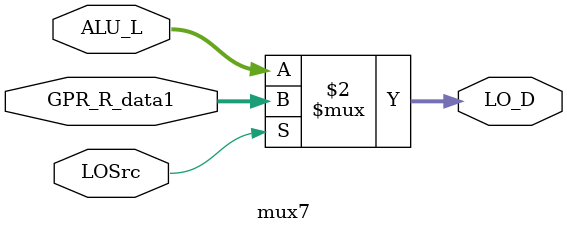
<source format=v>
`timescale 1ns / 1ps

module mux7(
  input LOSrc,
  input [31:0] ALU_L,
  input [31:0] GPR_R_data1,
  output [31:0] LO_D
    );
  assign LO_D=(LOSrc==0)?ALU_L:GPR_R_data1;
endmodule

</source>
